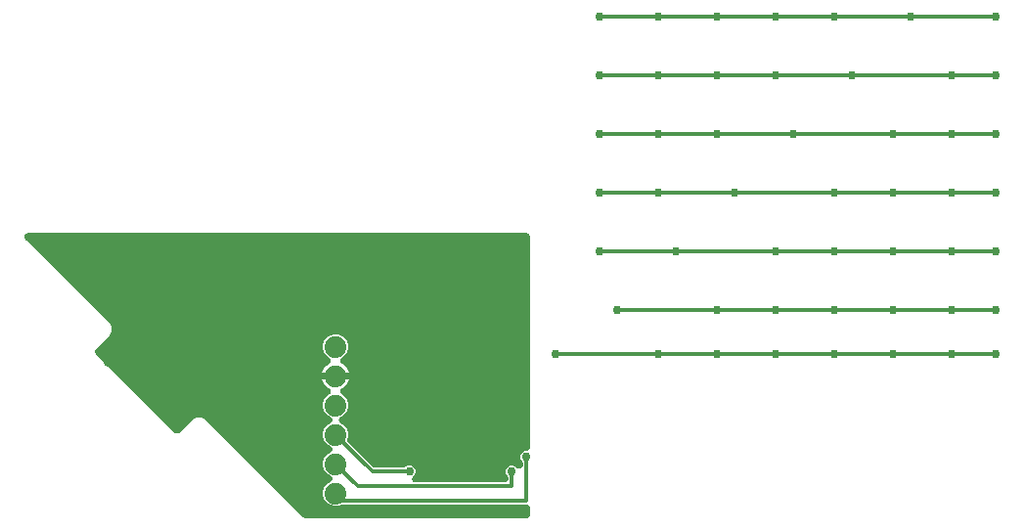
<source format=gbr>
G04 EAGLE Gerber RS-274X export*
G75*
%MOMM*%
%FSLAX34Y34*%
%LPD*%
%INBottom Copper*%
%IPPOS*%
%AMOC8*
5,1,8,0,0,1.08239X$1,22.5*%
G01*
%ADD10C,1.879600*%
%ADD11C,0.756400*%
%ADD12C,0.906400*%
%ADD13C,0.304800*%

G36*
X457276Y10167D02*
X457276Y10167D01*
X457352Y10165D01*
X457521Y10187D01*
X457692Y10201D01*
X457766Y10219D01*
X457841Y10229D01*
X458005Y10278D01*
X458171Y10319D01*
X458240Y10349D01*
X458314Y10371D01*
X458467Y10447D01*
X458624Y10514D01*
X458688Y10555D01*
X458757Y10588D01*
X458896Y10687D01*
X459040Y10779D01*
X459097Y10830D01*
X459159Y10874D01*
X459280Y10994D01*
X459408Y11108D01*
X459456Y11167D01*
X459510Y11221D01*
X459611Y11359D01*
X459718Y11492D01*
X459755Y11558D01*
X459800Y11619D01*
X459877Y11772D01*
X459962Y11920D01*
X459988Y11992D01*
X460023Y12060D01*
X460074Y12223D01*
X460133Y12383D01*
X460148Y12458D01*
X460171Y12530D01*
X460183Y12635D01*
X460228Y12867D01*
X460235Y13103D01*
X460247Y13208D01*
X460247Y19304D01*
X460241Y19380D01*
X460243Y19455D01*
X460243Y19456D01*
X460221Y19625D01*
X460207Y19796D01*
X460189Y19870D01*
X460179Y19945D01*
X460130Y20109D01*
X460089Y20275D01*
X460059Y20344D01*
X460037Y20418D01*
X459961Y20571D01*
X459894Y20728D01*
X459853Y20792D01*
X459820Y20861D01*
X459721Y21000D01*
X459629Y21144D01*
X459578Y21201D01*
X459534Y21263D01*
X459414Y21384D01*
X459300Y21512D01*
X459241Y21560D01*
X459187Y21614D01*
X459049Y21715D01*
X458916Y21822D01*
X458850Y21859D01*
X458789Y21904D01*
X458636Y21981D01*
X458488Y22066D01*
X458416Y22092D01*
X458348Y22127D01*
X458185Y22178D01*
X458025Y22237D01*
X457950Y22252D01*
X457878Y22275D01*
X457773Y22287D01*
X457541Y22332D01*
X457305Y22339D01*
X457200Y22351D01*
X298558Y22351D01*
X298548Y22350D01*
X298539Y22351D01*
X298303Y22331D01*
X298066Y22311D01*
X298057Y22309D01*
X298047Y22308D01*
X298009Y22297D01*
X297588Y22193D01*
X297584Y22191D01*
X297467Y22141D01*
X297392Y22119D01*
X294273Y20827D01*
X289927Y20827D01*
X285913Y22490D01*
X282840Y25563D01*
X281177Y29577D01*
X281177Y33923D01*
X282840Y37937D01*
X285913Y41010D01*
X287421Y41635D01*
X287455Y41652D01*
X287491Y41665D01*
X287675Y41765D01*
X287860Y41860D01*
X287891Y41882D01*
X287925Y41901D01*
X288089Y42029D01*
X288257Y42153D01*
X288284Y42180D01*
X288314Y42203D01*
X288456Y42357D01*
X288602Y42506D01*
X288624Y42537D01*
X288650Y42565D01*
X288765Y42739D01*
X288885Y42910D01*
X288901Y42944D01*
X288922Y42976D01*
X289008Y43166D01*
X289099Y43355D01*
X289110Y43391D01*
X289125Y43426D01*
X289179Y43628D01*
X289238Y43828D01*
X289243Y43865D01*
X289253Y43902D01*
X289274Y44111D01*
X289300Y44317D01*
X289298Y44355D01*
X289302Y44393D01*
X289289Y44602D01*
X289281Y44810D01*
X289274Y44848D01*
X289271Y44886D01*
X289225Y45089D01*
X289183Y45294D01*
X289170Y45329D01*
X289161Y45367D01*
X289083Y45560D01*
X289009Y45755D01*
X288990Y45788D01*
X288975Y45824D01*
X288866Y46002D01*
X288762Y46182D01*
X288738Y46212D01*
X288718Y46244D01*
X288582Y46403D01*
X288450Y46564D01*
X288421Y46590D01*
X288396Y46618D01*
X288236Y46753D01*
X288080Y46891D01*
X288047Y46911D01*
X288018Y46935D01*
X287937Y46980D01*
X287662Y47153D01*
X287504Y47220D01*
X287421Y47265D01*
X285913Y47890D01*
X282840Y50963D01*
X281177Y54977D01*
X281177Y59323D01*
X282840Y63337D01*
X285913Y66410D01*
X287421Y67035D01*
X287455Y67052D01*
X287491Y67065D01*
X287674Y67164D01*
X287860Y67260D01*
X287891Y67282D01*
X287925Y67301D01*
X288090Y67429D01*
X288257Y67553D01*
X288284Y67580D01*
X288314Y67603D01*
X288456Y67757D01*
X288602Y67906D01*
X288624Y67937D01*
X288650Y67965D01*
X288765Y68139D01*
X288885Y68310D01*
X288901Y68344D01*
X288922Y68376D01*
X289008Y68566D01*
X289099Y68754D01*
X289110Y68791D01*
X289125Y68826D01*
X289179Y69027D01*
X289238Y69228D01*
X289243Y69266D01*
X289253Y69302D01*
X289274Y69510D01*
X289300Y69717D01*
X289298Y69755D01*
X289302Y69793D01*
X289289Y70002D01*
X289281Y70210D01*
X289274Y70248D01*
X289271Y70286D01*
X289225Y70489D01*
X289183Y70694D01*
X289170Y70729D01*
X289161Y70767D01*
X289083Y70960D01*
X289009Y71155D01*
X288990Y71188D01*
X288975Y71223D01*
X288866Y71402D01*
X288762Y71582D01*
X288738Y71612D01*
X288718Y71644D01*
X288582Y71803D01*
X288450Y71964D01*
X288421Y71989D01*
X288396Y72018D01*
X288237Y72152D01*
X288080Y72291D01*
X288047Y72311D01*
X288018Y72335D01*
X287937Y72380D01*
X287662Y72553D01*
X287503Y72620D01*
X287421Y72665D01*
X285913Y73290D01*
X282840Y76363D01*
X281177Y80377D01*
X281177Y84723D01*
X282840Y88737D01*
X285913Y91810D01*
X287421Y92435D01*
X287455Y92452D01*
X287491Y92465D01*
X287675Y92565D01*
X287860Y92660D01*
X287891Y92682D01*
X287925Y92701D01*
X288089Y92829D01*
X288257Y92953D01*
X288284Y92980D01*
X288314Y93003D01*
X288456Y93157D01*
X288602Y93306D01*
X288624Y93337D01*
X288650Y93365D01*
X288765Y93539D01*
X288885Y93710D01*
X288901Y93744D01*
X288922Y93776D01*
X289008Y93966D01*
X289099Y94155D01*
X289110Y94191D01*
X289125Y94226D01*
X289179Y94428D01*
X289238Y94628D01*
X289243Y94665D01*
X289253Y94702D01*
X289274Y94911D01*
X289300Y95117D01*
X289298Y95155D01*
X289302Y95193D01*
X289289Y95402D01*
X289281Y95610D01*
X289274Y95648D01*
X289271Y95686D01*
X289225Y95889D01*
X289183Y96094D01*
X289170Y96129D01*
X289161Y96167D01*
X289083Y96360D01*
X289009Y96555D01*
X288990Y96588D01*
X288975Y96624D01*
X288866Y96802D01*
X288762Y96982D01*
X288738Y97012D01*
X288718Y97044D01*
X288582Y97203D01*
X288450Y97364D01*
X288421Y97390D01*
X288396Y97418D01*
X288236Y97553D01*
X288080Y97691D01*
X288047Y97711D01*
X288018Y97735D01*
X287937Y97780D01*
X287662Y97953D01*
X287504Y98020D01*
X287421Y98065D01*
X285913Y98690D01*
X282840Y101763D01*
X281177Y105777D01*
X281177Y110123D01*
X282840Y114137D01*
X285913Y117210D01*
X286186Y117323D01*
X286333Y117398D01*
X286484Y117466D01*
X286552Y117511D01*
X286625Y117548D01*
X286758Y117646D01*
X286896Y117737D01*
X286956Y117793D01*
X287022Y117841D01*
X287137Y117959D01*
X287259Y118071D01*
X287309Y118136D01*
X287366Y118194D01*
X287461Y118330D01*
X287563Y118460D01*
X287603Y118531D01*
X287649Y118598D01*
X287721Y118748D01*
X287801Y118892D01*
X287828Y118969D01*
X287863Y119043D01*
X287910Y119201D01*
X287965Y119357D01*
X287980Y119438D01*
X288003Y119516D01*
X288024Y119680D01*
X288053Y119843D01*
X288054Y119924D01*
X288064Y120006D01*
X288058Y120171D01*
X288061Y120336D01*
X288049Y120417D01*
X288046Y120499D01*
X288013Y120661D01*
X287989Y120824D01*
X287964Y120902D01*
X287948Y120982D01*
X287890Y121136D01*
X287839Y121294D01*
X287802Y121367D01*
X287774Y121444D01*
X287691Y121587D01*
X287616Y121734D01*
X287568Y121800D01*
X287527Y121871D01*
X287422Y121998D01*
X287324Y122132D01*
X287266Y122189D01*
X287214Y122253D01*
X287091Y122362D01*
X286972Y122478D01*
X286919Y122513D01*
X286844Y122579D01*
X286427Y122841D01*
X286413Y122847D01*
X286403Y122853D01*
X285843Y123139D01*
X284322Y124244D01*
X282994Y125572D01*
X281889Y127093D01*
X281036Y128767D01*
X280537Y130303D01*
X292100Y130303D01*
X303663Y130303D01*
X303164Y128767D01*
X302311Y127093D01*
X301206Y125572D01*
X299878Y124244D01*
X298357Y123139D01*
X297797Y122853D01*
X297656Y122767D01*
X297511Y122688D01*
X297446Y122638D01*
X297377Y122595D01*
X297251Y122486D01*
X297121Y122385D01*
X297066Y122325D01*
X297004Y122272D01*
X296898Y122144D01*
X296786Y122023D01*
X296741Y121955D01*
X296688Y121892D01*
X296604Y121750D01*
X296513Y121612D01*
X296479Y121538D01*
X296438Y121467D01*
X296378Y121313D01*
X296310Y121162D01*
X296289Y121084D01*
X296259Y121007D01*
X296225Y120845D01*
X296182Y120686D01*
X296174Y120605D01*
X296157Y120525D01*
X296150Y120359D01*
X296133Y120195D01*
X296138Y120114D01*
X296135Y120032D01*
X296154Y119867D01*
X296164Y119703D01*
X296182Y119623D01*
X296192Y119542D01*
X296237Y119383D01*
X296274Y119222D01*
X296305Y119146D01*
X296327Y119068D01*
X296398Y118918D01*
X296460Y118765D01*
X296503Y118695D01*
X296537Y118621D01*
X296631Y118485D01*
X296717Y118344D01*
X296770Y118282D01*
X296817Y118215D01*
X296931Y118095D01*
X297039Y117970D01*
X297102Y117917D01*
X297158Y117859D01*
X297290Y117759D01*
X297417Y117653D01*
X297473Y117622D01*
X297553Y117562D01*
X297990Y117333D01*
X298004Y117328D01*
X298014Y117323D01*
X298287Y117210D01*
X301360Y114137D01*
X303023Y110123D01*
X303023Y105777D01*
X301360Y101763D01*
X298287Y98690D01*
X296779Y98065D01*
X296745Y98048D01*
X296709Y98035D01*
X296526Y97936D01*
X296340Y97840D01*
X296309Y97818D01*
X296275Y97799D01*
X296110Y97671D01*
X295943Y97547D01*
X295916Y97520D01*
X295886Y97497D01*
X295744Y97343D01*
X295598Y97194D01*
X295576Y97163D01*
X295550Y97135D01*
X295435Y96961D01*
X295315Y96790D01*
X295299Y96756D01*
X295278Y96724D01*
X295192Y96534D01*
X295101Y96346D01*
X295090Y96309D01*
X295075Y96274D01*
X295021Y96073D01*
X294962Y95872D01*
X294957Y95834D01*
X294947Y95798D01*
X294926Y95590D01*
X294900Y95383D01*
X294902Y95345D01*
X294898Y95307D01*
X294911Y95098D01*
X294919Y94890D01*
X294926Y94852D01*
X294929Y94814D01*
X294975Y94611D01*
X295017Y94406D01*
X295030Y94371D01*
X295039Y94333D01*
X295117Y94140D01*
X295191Y93945D01*
X295210Y93912D01*
X295225Y93877D01*
X295334Y93698D01*
X295438Y93518D01*
X295462Y93488D01*
X295482Y93456D01*
X295618Y93297D01*
X295750Y93136D01*
X295779Y93111D01*
X295804Y93082D01*
X295963Y92948D01*
X296120Y92809D01*
X296153Y92789D01*
X296182Y92765D01*
X296263Y92720D01*
X296538Y92547D01*
X296697Y92480D01*
X296779Y92435D01*
X298287Y91810D01*
X301360Y88737D01*
X303023Y84723D01*
X303023Y80377D01*
X302502Y79120D01*
X302435Y78912D01*
X302364Y78706D01*
X302359Y78677D01*
X302351Y78650D01*
X302318Y78435D01*
X302281Y78219D01*
X302281Y78191D01*
X302277Y78163D01*
X302280Y77945D01*
X302278Y77726D01*
X302283Y77698D01*
X302283Y77669D01*
X302321Y77454D01*
X302355Y77238D01*
X302364Y77211D01*
X302369Y77183D01*
X302441Y76977D01*
X302509Y76770D01*
X302522Y76745D01*
X302532Y76718D01*
X302636Y76526D01*
X302737Y76332D01*
X302752Y76314D01*
X302768Y76285D01*
X303071Y75895D01*
X303130Y75840D01*
X303162Y75799D01*
X324220Y54741D01*
X324307Y54667D01*
X324388Y54586D01*
X324495Y54508D01*
X324596Y54422D01*
X324694Y54363D01*
X324786Y54296D01*
X324905Y54236D01*
X325019Y54167D01*
X325125Y54125D01*
X325227Y54073D01*
X325354Y54033D01*
X325477Y53984D01*
X325588Y53959D01*
X325697Y53925D01*
X325791Y53915D01*
X325959Y53877D01*
X326283Y53859D01*
X326375Y53849D01*
X350362Y53849D01*
X350475Y53858D01*
X350590Y53857D01*
X350721Y53878D01*
X350853Y53889D01*
X350964Y53916D01*
X351077Y53934D01*
X351203Y53975D01*
X351332Y54007D01*
X351437Y54052D01*
X351546Y54088D01*
X351664Y54150D01*
X351786Y54202D01*
X351882Y54263D01*
X351983Y54316D01*
X352057Y54375D01*
X352202Y54467D01*
X352444Y54683D01*
X352516Y54741D01*
X353074Y55299D01*
X355024Y56107D01*
X357136Y56107D01*
X359086Y55299D01*
X360579Y53806D01*
X361387Y51856D01*
X361387Y49744D01*
X360579Y47794D01*
X359136Y46351D01*
X359111Y46322D01*
X359082Y46296D01*
X358952Y46134D01*
X358816Y45975D01*
X358796Y45942D01*
X358772Y45912D01*
X358669Y45731D01*
X358562Y45552D01*
X358547Y45517D01*
X358528Y45484D01*
X358456Y45288D01*
X358378Y45094D01*
X358370Y45057D01*
X358357Y45021D01*
X358317Y44816D01*
X358272Y44613D01*
X358269Y44574D01*
X358262Y44537D01*
X358256Y44329D01*
X358244Y44120D01*
X358248Y44082D01*
X358247Y44044D01*
X358274Y43837D01*
X358296Y43629D01*
X358306Y43593D01*
X358311Y43555D01*
X358372Y43354D01*
X358427Y43154D01*
X358443Y43119D01*
X358454Y43082D01*
X358546Y42895D01*
X358633Y42705D01*
X358654Y42674D01*
X358671Y42639D01*
X358791Y42469D01*
X358908Y42296D01*
X358934Y42268D01*
X358956Y42237D01*
X359103Y42089D01*
X359246Y41936D01*
X359276Y41913D01*
X359303Y41886D01*
X359471Y41763D01*
X359637Y41636D01*
X359671Y41618D01*
X359702Y41596D01*
X359888Y41502D01*
X360072Y41403D01*
X360108Y41391D01*
X360142Y41373D01*
X360342Y41310D01*
X360539Y41243D01*
X360576Y41237D01*
X360613Y41225D01*
X360705Y41215D01*
X361025Y41160D01*
X361197Y41159D01*
X361290Y41149D01*
X438404Y41149D01*
X438480Y41155D01*
X438556Y41153D01*
X438725Y41175D01*
X438896Y41189D01*
X438970Y41207D01*
X439045Y41217D01*
X439209Y41266D01*
X439375Y41307D01*
X439444Y41337D01*
X439518Y41359D01*
X439671Y41435D01*
X439828Y41502D01*
X439892Y41543D01*
X439961Y41576D01*
X440100Y41675D01*
X440244Y41767D01*
X440301Y41818D01*
X440363Y41862D01*
X440484Y41982D01*
X440612Y42096D01*
X440660Y42155D01*
X440714Y42209D01*
X440815Y42347D01*
X440922Y42480D01*
X440959Y42546D01*
X441004Y42607D01*
X441081Y42760D01*
X441166Y42908D01*
X441192Y42980D01*
X441227Y43048D01*
X441278Y43211D01*
X441337Y43371D01*
X441352Y43446D01*
X441375Y43518D01*
X441387Y43623D01*
X441432Y43855D01*
X441439Y44091D01*
X441451Y44196D01*
X441451Y45082D01*
X441442Y45195D01*
X441443Y45310D01*
X441422Y45441D01*
X441411Y45573D01*
X441384Y45684D01*
X441366Y45797D01*
X441325Y45923D01*
X441293Y46052D01*
X441248Y46157D01*
X441212Y46266D01*
X441150Y46384D01*
X441098Y46506D01*
X441037Y46602D01*
X440984Y46703D01*
X440925Y46777D01*
X440833Y46922D01*
X440617Y47164D01*
X440559Y47236D01*
X440001Y47794D01*
X439193Y49744D01*
X439193Y51856D01*
X440001Y53806D01*
X441494Y55299D01*
X443444Y56107D01*
X445556Y56107D01*
X447506Y55299D01*
X448949Y53856D01*
X448978Y53831D01*
X449004Y53802D01*
X449166Y53672D01*
X449325Y53536D01*
X449358Y53516D01*
X449388Y53492D01*
X449569Y53389D01*
X449748Y53282D01*
X449783Y53267D01*
X449816Y53248D01*
X450012Y53176D01*
X450206Y53098D01*
X450243Y53090D01*
X450279Y53077D01*
X450483Y53037D01*
X450687Y52992D01*
X450726Y52989D01*
X450763Y52982D01*
X450971Y52976D01*
X451180Y52964D01*
X451218Y52968D01*
X451256Y52967D01*
X451463Y52994D01*
X451671Y53016D01*
X451707Y53026D01*
X451745Y53031D01*
X451946Y53092D01*
X452146Y53147D01*
X452181Y53163D01*
X452218Y53174D01*
X452405Y53266D01*
X452595Y53353D01*
X452626Y53374D01*
X452661Y53391D01*
X452831Y53511D01*
X453004Y53628D01*
X453032Y53654D01*
X453063Y53676D01*
X453211Y53823D01*
X453364Y53966D01*
X453387Y53996D01*
X453414Y54023D01*
X453537Y54191D01*
X453664Y54357D01*
X453682Y54391D01*
X453704Y54422D01*
X453798Y54608D01*
X453897Y54792D01*
X453909Y54828D01*
X453927Y54862D01*
X453990Y55062D01*
X454057Y55259D01*
X454063Y55296D01*
X454075Y55333D01*
X454085Y55425D01*
X454140Y55745D01*
X454141Y55917D01*
X454151Y56010D01*
X454151Y57782D01*
X454142Y57895D01*
X454143Y58010D01*
X454122Y58141D01*
X454111Y58273D01*
X454084Y58384D01*
X454066Y58497D01*
X454025Y58623D01*
X453993Y58752D01*
X453948Y58857D01*
X453912Y58966D01*
X453850Y59084D01*
X453798Y59206D01*
X453737Y59302D01*
X453684Y59403D01*
X453625Y59477D01*
X453533Y59622D01*
X453317Y59864D01*
X453259Y59936D01*
X452701Y60494D01*
X451893Y62444D01*
X451893Y64556D01*
X452701Y66506D01*
X454194Y67999D01*
X456144Y68807D01*
X457200Y68807D01*
X457276Y68813D01*
X457352Y68811D01*
X457521Y68833D01*
X457692Y68847D01*
X457766Y68865D01*
X457841Y68875D01*
X458005Y68924D01*
X458171Y68965D01*
X458240Y68995D01*
X458314Y69017D01*
X458467Y69093D01*
X458624Y69160D01*
X458688Y69201D01*
X458757Y69234D01*
X458896Y69333D01*
X459040Y69425D01*
X459097Y69476D01*
X459159Y69520D01*
X459280Y69640D01*
X459408Y69754D01*
X459456Y69813D01*
X459510Y69867D01*
X459611Y70005D01*
X459718Y70138D01*
X459755Y70204D01*
X459800Y70265D01*
X459877Y70418D01*
X459962Y70566D01*
X459988Y70638D01*
X460023Y70706D01*
X460074Y70869D01*
X460133Y71029D01*
X460148Y71104D01*
X460171Y71176D01*
X460183Y71281D01*
X460228Y71513D01*
X460235Y71749D01*
X460247Y71854D01*
X460247Y254000D01*
X460242Y254060D01*
X460243Y254093D01*
X460242Y254104D01*
X460243Y254152D01*
X460221Y254321D01*
X460207Y254492D01*
X460189Y254566D01*
X460179Y254641D01*
X460130Y254805D01*
X460089Y254971D01*
X460059Y255040D01*
X460037Y255114D01*
X459961Y255267D01*
X459894Y255424D01*
X459853Y255488D01*
X459820Y255557D01*
X459721Y255696D01*
X459629Y255840D01*
X459578Y255897D01*
X459534Y255959D01*
X459414Y256080D01*
X459300Y256208D01*
X459241Y256256D01*
X459187Y256310D01*
X459049Y256411D01*
X458916Y256518D01*
X458850Y256555D01*
X458789Y256600D01*
X458636Y256677D01*
X458488Y256762D01*
X458416Y256788D01*
X458348Y256823D01*
X458185Y256874D01*
X458025Y256933D01*
X457950Y256948D01*
X457878Y256971D01*
X457773Y256983D01*
X457541Y257028D01*
X457305Y257035D01*
X457200Y257047D01*
X25744Y257047D01*
X25700Y257044D01*
X25655Y257046D01*
X25454Y257024D01*
X25253Y257007D01*
X25209Y256997D01*
X25165Y256992D01*
X24970Y256937D01*
X24774Y256889D01*
X24733Y256871D01*
X24690Y256859D01*
X24506Y256774D01*
X24320Y256694D01*
X24283Y256670D01*
X24242Y256651D01*
X24075Y256538D01*
X23904Y256429D01*
X23871Y256399D01*
X23834Y256374D01*
X23687Y256235D01*
X23537Y256100D01*
X23508Y256065D01*
X23476Y256035D01*
X23354Y255874D01*
X23227Y255716D01*
X23204Y255678D01*
X23177Y255642D01*
X23082Y255463D01*
X22983Y255288D01*
X22967Y255246D01*
X22946Y255206D01*
X22881Y255015D01*
X22811Y254825D01*
X22802Y254781D01*
X22788Y254739D01*
X22755Y254539D01*
X22716Y254341D01*
X22715Y254296D01*
X22708Y254252D01*
X22707Y254049D01*
X22701Y253848D01*
X22707Y253804D01*
X22707Y253759D01*
X22739Y253559D01*
X22765Y253359D01*
X22778Y253316D01*
X22785Y253272D01*
X22849Y253080D01*
X22908Y252887D01*
X22928Y252846D01*
X22942Y252804D01*
X23036Y252625D01*
X23125Y252443D01*
X23151Y252407D01*
X23172Y252367D01*
X23233Y252291D01*
X23410Y252041D01*
X23538Y251911D01*
X23599Y251836D01*
X93064Y182976D01*
X93065Y182976D01*
X93069Y182972D01*
X93254Y182816D01*
X93264Y182807D01*
X94914Y181142D01*
X94926Y181132D01*
X94933Y181123D01*
X96360Y179709D01*
X97121Y177849D01*
X97128Y177835D01*
X97131Y177824D01*
X97908Y175971D01*
X97899Y173962D01*
X97901Y173946D01*
X97899Y173935D01*
X97908Y171925D01*
X97131Y170073D01*
X97126Y170058D01*
X97121Y170048D01*
X96360Y168188D01*
X94933Y166773D01*
X94923Y166761D01*
X94914Y166754D01*
X93287Y165113D01*
X93203Y165050D01*
X93124Y164969D01*
X93069Y164925D01*
X84695Y156624D01*
X84641Y156561D01*
X84580Y156504D01*
X84480Y156374D01*
X84374Y156250D01*
X84331Y156179D01*
X84280Y156113D01*
X84203Y155968D01*
X84117Y155828D01*
X84086Y155751D01*
X84047Y155678D01*
X83994Y155523D01*
X83932Y155371D01*
X83914Y155290D01*
X83887Y155212D01*
X83859Y155050D01*
X83823Y154890D01*
X83818Y154807D01*
X83804Y154725D01*
X83803Y154561D01*
X83793Y154397D01*
X83802Y154315D01*
X83801Y154232D01*
X83827Y154070D01*
X83844Y153906D01*
X83865Y153826D01*
X83878Y153745D01*
X83929Y153589D01*
X83972Y153430D01*
X84006Y153355D01*
X84032Y153276D01*
X84108Y153130D01*
X84176Y152981D01*
X84222Y152912D01*
X84260Y152838D01*
X84325Y152757D01*
X84449Y152570D01*
X84620Y152387D01*
X84685Y152305D01*
X152643Y84348D01*
X152701Y84298D01*
X152753Y84243D01*
X152889Y84139D01*
X153019Y84028D01*
X153084Y83989D01*
X153145Y83943D01*
X153295Y83862D01*
X153441Y83774D01*
X153512Y83745D01*
X153579Y83709D01*
X153741Y83654D01*
X153899Y83591D01*
X153974Y83574D01*
X154046Y83549D01*
X154215Y83521D01*
X154381Y83484D01*
X154457Y83479D01*
X154532Y83467D01*
X154703Y83466D01*
X154874Y83456D01*
X154949Y83464D01*
X155026Y83464D01*
X155195Y83490D01*
X155364Y83508D01*
X155438Y83528D01*
X155513Y83540D01*
X155675Y83594D01*
X155840Y83639D01*
X155909Y83671D01*
X155982Y83695D01*
X156133Y83773D01*
X156288Y83845D01*
X156352Y83887D01*
X156419Y83922D01*
X156502Y83988D01*
X156698Y84120D01*
X156870Y84282D01*
X156952Y84348D01*
X167224Y94619D01*
X168193Y95588D01*
X171927Y97135D01*
X175969Y97135D01*
X179704Y95588D01*
X264239Y11053D01*
X264326Y10979D01*
X264406Y10898D01*
X264513Y10820D01*
X264615Y10734D01*
X264712Y10675D01*
X264805Y10608D01*
X264923Y10548D01*
X265037Y10479D01*
X265143Y10437D01*
X265245Y10385D01*
X265372Y10345D01*
X265495Y10296D01*
X265607Y10271D01*
X265716Y10237D01*
X265809Y10227D01*
X265977Y10189D01*
X266301Y10171D01*
X266393Y10161D01*
X457200Y10161D01*
X457276Y10167D01*
G37*
%LPC*%
G36*
X292100Y136397D02*
X292100Y136397D01*
X280537Y136397D01*
X281036Y137933D01*
X281889Y139607D01*
X282994Y141128D01*
X284322Y142456D01*
X285843Y143561D01*
X286403Y143847D01*
X286544Y143933D01*
X286689Y144012D01*
X286754Y144062D01*
X286823Y144105D01*
X286949Y144214D01*
X287079Y144315D01*
X287134Y144375D01*
X287196Y144428D01*
X287302Y144556D01*
X287414Y144677D01*
X287459Y144745D01*
X287512Y144808D01*
X287596Y144950D01*
X287687Y145088D01*
X287721Y145162D01*
X287762Y145233D01*
X287822Y145387D01*
X287890Y145538D01*
X287911Y145616D01*
X287941Y145693D01*
X287975Y145855D01*
X288018Y146014D01*
X288026Y146095D01*
X288043Y146175D01*
X288050Y146341D01*
X288067Y146505D01*
X288062Y146586D01*
X288065Y146668D01*
X288046Y146833D01*
X288036Y146997D01*
X288018Y147077D01*
X288008Y147158D01*
X287963Y147317D01*
X287926Y147478D01*
X287895Y147554D01*
X287873Y147632D01*
X287802Y147782D01*
X287740Y147935D01*
X287697Y148005D01*
X287663Y148079D01*
X287569Y148215D01*
X287483Y148356D01*
X287430Y148418D01*
X287383Y148485D01*
X287269Y148605D01*
X287161Y148730D01*
X287098Y148783D01*
X287042Y148841D01*
X286910Y148941D01*
X286783Y149047D01*
X286727Y149078D01*
X286647Y149138D01*
X286210Y149367D01*
X286196Y149372D01*
X286186Y149377D01*
X285913Y149490D01*
X282840Y152563D01*
X281177Y156577D01*
X281177Y160923D01*
X282840Y164937D01*
X285913Y168010D01*
X289927Y169673D01*
X294273Y169673D01*
X298287Y168010D01*
X301360Y164937D01*
X303023Y160923D01*
X303023Y156577D01*
X301360Y152563D01*
X298287Y149490D01*
X298014Y149377D01*
X297867Y149302D01*
X297716Y149234D01*
X297648Y149189D01*
X297575Y149152D01*
X297442Y149054D01*
X297304Y148963D01*
X297244Y148907D01*
X297178Y148859D01*
X297063Y148741D01*
X296941Y148629D01*
X296891Y148564D01*
X296834Y148506D01*
X296739Y148370D01*
X296637Y148240D01*
X296597Y148169D01*
X296551Y148102D01*
X296479Y147952D01*
X296399Y147808D01*
X296372Y147731D01*
X296337Y147657D01*
X296290Y147499D01*
X296235Y147343D01*
X296220Y147262D01*
X296197Y147184D01*
X296176Y147020D01*
X296147Y146857D01*
X296146Y146776D01*
X296136Y146694D01*
X296142Y146529D01*
X296139Y146364D01*
X296151Y146283D01*
X296154Y146201D01*
X296187Y146039D01*
X296211Y145876D01*
X296236Y145798D01*
X296252Y145718D01*
X296310Y145564D01*
X296361Y145406D01*
X296398Y145333D01*
X296426Y145256D01*
X296509Y145113D01*
X296584Y144966D01*
X296632Y144900D01*
X296673Y144829D01*
X296778Y144702D01*
X296876Y144568D01*
X296934Y144511D01*
X296986Y144447D01*
X297109Y144338D01*
X297228Y144222D01*
X297281Y144187D01*
X297356Y144121D01*
X297773Y143859D01*
X297787Y143853D01*
X297797Y143847D01*
X298357Y143561D01*
X299878Y142456D01*
X301206Y141128D01*
X302311Y139607D01*
X303164Y137933D01*
X303663Y136397D01*
X292100Y136397D01*
X292100Y136397D01*
G37*
%LPD*%
D10*
X292100Y107950D03*
X292100Y57150D03*
X292100Y158750D03*
X292100Y82550D03*
X292100Y133350D03*
X292100Y31750D03*
D11*
X323850Y76200D03*
D12*
X95250Y146050D03*
X425450Y152400D03*
D11*
X482600Y152400D03*
D13*
X825500Y152400D02*
X863600Y152400D01*
X825500Y152400D02*
X774700Y152400D01*
X723900Y152400D01*
X673100Y152400D01*
X622300Y152400D01*
X571500Y152400D02*
X482600Y152400D01*
D11*
X863600Y152400D03*
X571500Y152400D03*
D13*
X622300Y152400D01*
D11*
X622300Y152400D03*
X673100Y152400D03*
X723900Y152400D03*
X774700Y152400D03*
X825500Y152400D03*
X863600Y190500D03*
X535600Y190500D03*
D13*
X622300Y190500D01*
X673100Y190500D01*
X723900Y190500D01*
X774700Y190500D01*
X825500Y190500D01*
X863600Y190500D01*
D11*
X622300Y190500D03*
X673100Y190500D03*
X723900Y190500D03*
X774700Y190500D03*
X825500Y190500D03*
X520700Y241300D03*
D13*
X586400Y241300D01*
D11*
X863600Y241300D03*
D13*
X673100Y241300D02*
X586400Y241300D01*
X774700Y241300D02*
X825500Y241300D01*
X863600Y241300D01*
D11*
X673100Y241300D03*
D13*
X723900Y241300D01*
D11*
X723900Y241300D03*
D13*
X774700Y241300D01*
D11*
X774700Y241300D03*
X825500Y241300D03*
X586400Y241300D03*
X520700Y292100D03*
D13*
X571500Y292100D01*
D11*
X863600Y292100D03*
D13*
X637200Y292100D02*
X571500Y292100D01*
X637200Y292100D02*
X723900Y292100D01*
X774700Y292100D01*
X825500Y292100D01*
X863600Y292100D01*
D11*
X825500Y292100D03*
X774700Y292100D03*
X723900Y292100D03*
X571500Y292100D03*
X637200Y292100D03*
X520700Y444500D03*
D13*
X571500Y444500D01*
D11*
X863600Y444500D03*
D13*
X673100Y444500D02*
X622300Y444500D01*
X673100Y444500D02*
X723900Y444500D01*
X789600Y444500D01*
X863600Y444500D01*
D11*
X571500Y444500D03*
D13*
X622300Y444500D01*
D11*
X622300Y444500D03*
X673100Y444500D03*
X723900Y444500D03*
X789600Y444500D03*
X520700Y393700D03*
D13*
X571500Y393700D01*
D11*
X863600Y393700D03*
D13*
X622300Y393700D02*
X571500Y393700D01*
X622300Y393700D02*
X673100Y393700D01*
X738800Y393700D01*
X825500Y393700D01*
X863600Y393700D01*
D11*
X825500Y393700D03*
X571500Y393700D03*
X622300Y393700D03*
X673100Y393700D03*
X738800Y393700D03*
X520700Y342900D03*
X863600Y342900D03*
D13*
X571500Y342900D02*
X520700Y342900D01*
X571500Y342900D02*
X622300Y342900D01*
X688000Y342900D01*
X774700Y342900D01*
X825500Y342900D01*
X863600Y342900D01*
D11*
X825500Y342900D03*
X774700Y342900D03*
X622300Y342900D03*
X688000Y342900D03*
X571500Y342900D03*
D13*
X292100Y57150D02*
X311150Y38100D01*
X444500Y38100D01*
X444500Y50800D01*
D11*
X444500Y50800D03*
D13*
X323850Y50800D02*
X292100Y82550D01*
D11*
X356080Y50800D03*
D13*
X323850Y50800D01*
D11*
X457200Y63500D03*
D13*
X457200Y25400D02*
X298450Y25400D01*
X457200Y25400D02*
X457200Y63500D01*
X298450Y25400D02*
X292100Y31750D01*
M02*

</source>
